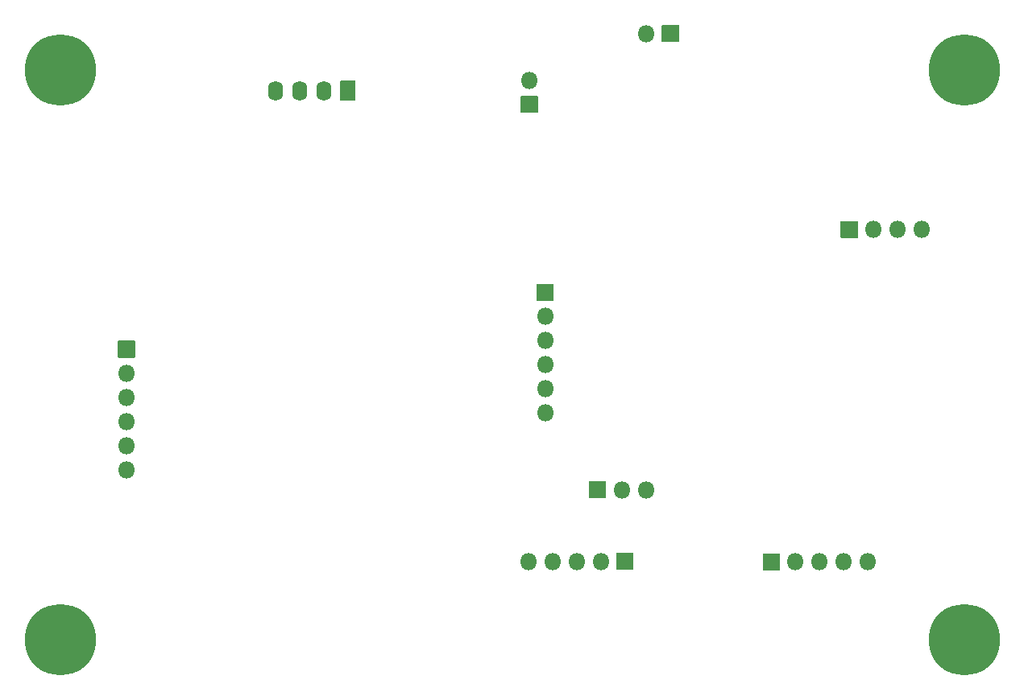
<source format=gbr>
%TF.GenerationSoftware,KiCad,Pcbnew,5.1.9+dfsg1-1*%
%TF.CreationDate,2022-02-14T10:27:32+01:00*%
%TF.ProjectId,wheather_board_v1 ,77686561-7468-4657-925f-626f6172645f,rev?*%
%TF.SameCoordinates,Original*%
%TF.FileFunction,Soldermask,Bot*%
%TF.FilePolarity,Negative*%
%FSLAX46Y46*%
G04 Gerber Fmt 4.6, Leading zero omitted, Abs format (unit mm)*
G04 Created by KiCad (PCBNEW 5.1.9+dfsg1-1) date 2022-02-14 10:27:32*
%MOMM*%
%LPD*%
G01*
G04 APERTURE LIST*
%ADD10O,1.800000X1.800000*%
%ADD11C,0.900000*%
%ADD12C,7.500000*%
%ADD13O,1.600000X2.100000*%
G04 APERTURE END LIST*
D10*
%TO.C,J2*%
X143306800Y-66116200D03*
G36*
G01*
X144206800Y-67806200D02*
X144206800Y-69506200D01*
G75*
G02*
X144156800Y-69556200I-50000J0D01*
G01*
X142456800Y-69556200D01*
G75*
G02*
X142406800Y-69506200I0J50000D01*
G01*
X142406800Y-67806200D01*
G75*
G02*
X142456800Y-67756200I50000J0D01*
G01*
X144156800Y-67756200D01*
G75*
G02*
X144206800Y-67806200I0J-50000D01*
G01*
G37*
%TD*%
%TO.C,J1*%
X155600400Y-61188600D03*
G36*
G01*
X157290400Y-60288600D02*
X158990400Y-60288600D01*
G75*
G02*
X159040400Y-60338600I0J-50000D01*
G01*
X159040400Y-62038600D01*
G75*
G02*
X158990400Y-62088600I-50000J0D01*
G01*
X157290400Y-62088600D01*
G75*
G02*
X157240400Y-62038600I0J50000D01*
G01*
X157240400Y-60338600D01*
G75*
G02*
X157290400Y-60288600I50000J0D01*
G01*
G37*
%TD*%
%TO.C,J8*%
X184556400Y-81838800D03*
X182016400Y-81838800D03*
X179476400Y-81838800D03*
G36*
G01*
X177786400Y-82738800D02*
X176086400Y-82738800D01*
G75*
G02*
X176036400Y-82688800I0J50000D01*
G01*
X176036400Y-80988800D01*
G75*
G02*
X176086400Y-80938800I50000J0D01*
G01*
X177786400Y-80938800D01*
G75*
G02*
X177836400Y-80988800I0J-50000D01*
G01*
X177836400Y-82688800D01*
G75*
G02*
X177786400Y-82738800I-50000J0D01*
G01*
G37*
%TD*%
%TO.C,J7*%
X100990400Y-107111800D03*
X100990400Y-104571800D03*
X100990400Y-102031800D03*
X100990400Y-99491800D03*
X100990400Y-96951800D03*
G36*
G01*
X100090400Y-95261800D02*
X100090400Y-93561800D01*
G75*
G02*
X100140400Y-93511800I50000J0D01*
G01*
X101840400Y-93511800D01*
G75*
G02*
X101890400Y-93561800I0J-50000D01*
G01*
X101890400Y-95261800D01*
G75*
G02*
X101840400Y-95311800I-50000J0D01*
G01*
X100140400Y-95311800D01*
G75*
G02*
X100090400Y-95261800I0J50000D01*
G01*
G37*
%TD*%
%TO.C,J6*%
X178890000Y-116810000D03*
X176350000Y-116810000D03*
X173810000Y-116810000D03*
X171270000Y-116810000D03*
G36*
G01*
X169580000Y-117710000D02*
X167880000Y-117710000D01*
G75*
G02*
X167830000Y-117660000I0J50000D01*
G01*
X167830000Y-115960000D01*
G75*
G02*
X167880000Y-115910000I50000J0D01*
G01*
X169580000Y-115910000D01*
G75*
G02*
X169630000Y-115960000I0J-50000D01*
G01*
X169630000Y-117660000D01*
G75*
G02*
X169580000Y-117710000I-50000J0D01*
G01*
G37*
%TD*%
%TO.C,J10*%
X143200000Y-116750000D03*
X145740000Y-116750000D03*
X148280000Y-116750000D03*
X150820000Y-116750000D03*
G36*
G01*
X152510000Y-115850000D02*
X154210000Y-115850000D01*
G75*
G02*
X154260000Y-115900000I0J-50000D01*
G01*
X154260000Y-117600000D01*
G75*
G02*
X154210000Y-117650000I-50000J0D01*
G01*
X152510000Y-117650000D01*
G75*
G02*
X152460000Y-117600000I0J50000D01*
G01*
X152460000Y-115900000D01*
G75*
G02*
X152510000Y-115850000I50000J0D01*
G01*
G37*
%TD*%
%TO.C,J5*%
X144983200Y-101117400D03*
X144983200Y-98577400D03*
X144983200Y-96037400D03*
X144983200Y-93497400D03*
X144983200Y-90957400D03*
G36*
G01*
X144083200Y-89267400D02*
X144083200Y-87567400D01*
G75*
G02*
X144133200Y-87517400I50000J0D01*
G01*
X145833200Y-87517400D01*
G75*
G02*
X145883200Y-87567400I0J-50000D01*
G01*
X145883200Y-89267400D01*
G75*
G02*
X145833200Y-89317400I-50000J0D01*
G01*
X144133200Y-89317400D01*
G75*
G02*
X144083200Y-89267400I0J50000D01*
G01*
G37*
%TD*%
%TO.C,J4*%
X155570000Y-109220000D03*
X153030000Y-109220000D03*
G36*
G01*
X151340000Y-110120000D02*
X149640000Y-110120000D01*
G75*
G02*
X149590000Y-110070000I0J50000D01*
G01*
X149590000Y-108370000D01*
G75*
G02*
X149640000Y-108320000I50000J0D01*
G01*
X151340000Y-108320000D01*
G75*
G02*
X151390000Y-108370000I0J-50000D01*
G01*
X151390000Y-110070000D01*
G75*
G02*
X151340000Y-110120000I-50000J0D01*
G01*
G37*
%TD*%
D11*
%TO.C,H1*%
X95962221Y-63037779D03*
X94000000Y-62225000D03*
X92037779Y-63037779D03*
X91225000Y-65000000D03*
X92037779Y-66962221D03*
X94000000Y-67775000D03*
X95962221Y-66962221D03*
X96775000Y-65000000D03*
D12*
X94000000Y-65000000D03*
%TD*%
%TO.C,H2*%
X189000000Y-65000000D03*
D11*
X191775000Y-65000000D03*
X190962221Y-66962221D03*
X189000000Y-67775000D03*
X187037779Y-66962221D03*
X186225000Y-65000000D03*
X187037779Y-63037779D03*
X189000000Y-62225000D03*
X190962221Y-63037779D03*
%TD*%
%TO.C,H3*%
X190962221Y-123037779D03*
X189000000Y-122225000D03*
X187037779Y-123037779D03*
X186225000Y-125000000D03*
X187037779Y-126962221D03*
X189000000Y-127775000D03*
X190962221Y-126962221D03*
X191775000Y-125000000D03*
D12*
X189000000Y-125000000D03*
%TD*%
%TO.C,H4*%
X94000000Y-125000000D03*
D11*
X96775000Y-125000000D03*
X95962221Y-126962221D03*
X94000000Y-127775000D03*
X92037779Y-126962221D03*
X91225000Y-125000000D03*
X92037779Y-123037779D03*
X94000000Y-122225000D03*
X95962221Y-123037779D03*
%TD*%
D13*
%TO.C,U7*%
X116620000Y-67230000D03*
X119160000Y-67230000D03*
X121700000Y-67230000D03*
G36*
G01*
X125040000Y-66230000D02*
X125040000Y-68230000D01*
G75*
G02*
X124990000Y-68280000I-50000J0D01*
G01*
X123490000Y-68280000D01*
G75*
G02*
X123440000Y-68230000I0J50000D01*
G01*
X123440000Y-66230000D01*
G75*
G02*
X123490000Y-66180000I50000J0D01*
G01*
X124990000Y-66180000D01*
G75*
G02*
X125040000Y-66230000I0J-50000D01*
G01*
G37*
%TD*%
M02*

</source>
